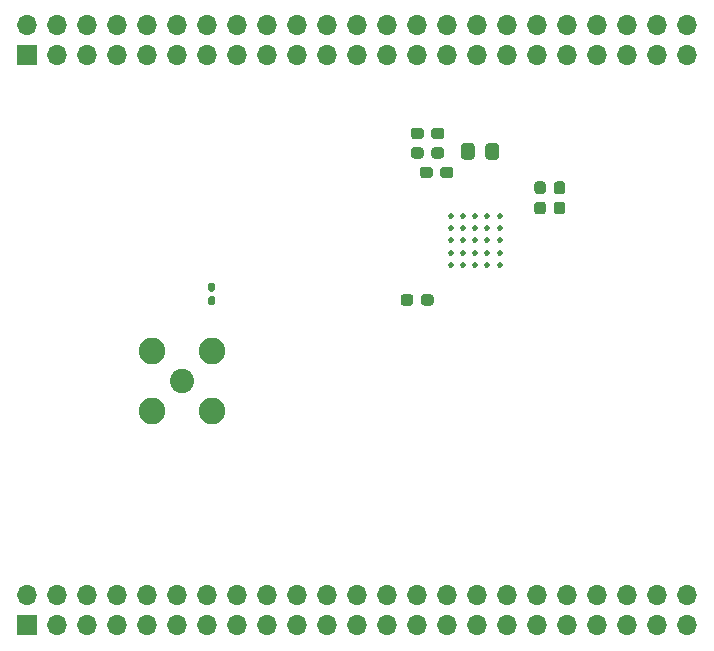
<source format=gbr>
%TF.GenerationSoftware,KiCad,Pcbnew,(5.1.9)-1*%
%TF.CreationDate,2021-11-09T16:48:14-06:00*%
%TF.ProjectId,zigbeeCape,7a696762-6565-4436-9170-652e6b696361,rev?*%
%TF.SameCoordinates,Original*%
%TF.FileFunction,Soldermask,Bot*%
%TF.FilePolarity,Negative*%
%FSLAX46Y46*%
G04 Gerber Fmt 4.6, Leading zero omitted, Abs format (unit mm)*
G04 Created by KiCad (PCBNEW (5.1.9)-1) date 2021-11-09 16:48:14*
%MOMM*%
%LPD*%
G01*
G04 APERTURE LIST*
%ADD10R,1.700000X1.700000*%
%ADD11O,1.700000X1.700000*%
%ADD12C,0.515000*%
%ADD13C,2.050000*%
%ADD14C,2.250000*%
G04 APERTURE END LIST*
D10*
%TO.C,U5*%
X3810000Y1905000D03*
D11*
X3810000Y4445000D03*
X6350000Y1905000D03*
X6350000Y4445000D03*
X8890000Y1905000D03*
X8890000Y4445000D03*
X11430000Y1905000D03*
X11430000Y4445000D03*
X13970000Y1905000D03*
X13970000Y4445000D03*
X16510000Y1905000D03*
X16510000Y4445000D03*
X19050000Y1905000D03*
X19050000Y4445000D03*
X21590000Y1905000D03*
X21590000Y4445000D03*
X24130000Y1905000D03*
X24130000Y4445000D03*
X26670000Y1905000D03*
X26670000Y4445000D03*
X29210000Y1905000D03*
X29210000Y4445000D03*
X31750000Y1905000D03*
X31750000Y4445000D03*
X34290000Y1905000D03*
X34290000Y4445000D03*
X36830000Y1905000D03*
X36830000Y4445000D03*
X39370000Y1905000D03*
X39370000Y4445000D03*
X41910000Y1905000D03*
X41910000Y4445000D03*
X44450000Y1905000D03*
X44450000Y4445000D03*
X46990000Y1905000D03*
X46990000Y4445000D03*
X49530000Y1905000D03*
X49530000Y4445000D03*
X52070000Y1905000D03*
X52070000Y4445000D03*
X54610000Y1905000D03*
X54610000Y4445000D03*
X57150000Y1905000D03*
X57150000Y4445000D03*
X59690000Y1905000D03*
X59690000Y4445000D03*
%TD*%
D12*
%TO.C,U1*%
X39703600Y36560000D03*
X39703600Y35530000D03*
X39703600Y34500000D03*
X39703600Y33470000D03*
X39703600Y32440000D03*
X40733600Y36560000D03*
X40733600Y35530000D03*
X40733600Y34500000D03*
X40733600Y33470000D03*
X40733600Y32440000D03*
X41763600Y36560000D03*
X41763600Y35530000D03*
X41763600Y34500000D03*
X41763600Y33470000D03*
X41763600Y32440000D03*
X42793600Y36560000D03*
X42793600Y35530000D03*
X42793600Y34500000D03*
X42793600Y33470000D03*
X42793600Y32440000D03*
X43823600Y36560000D03*
X43823600Y35530000D03*
X43823600Y34500000D03*
X43823600Y33470000D03*
X43823600Y32440000D03*
%TD*%
D13*
%TO.C,U3*%
X16891000Y22606000D03*
D14*
X19431000Y20066000D03*
X19431000Y25146000D03*
X14351000Y25146000D03*
X14351000Y20066000D03*
%TD*%
%TO.C,L1*%
G36*
G01*
X41714000Y42487001D02*
X41714000Y41586999D01*
G75*
G02*
X41464001Y41337000I-249999J0D01*
G01*
X40813999Y41337000D01*
G75*
G02*
X40564000Y41586999I0J249999D01*
G01*
X40564000Y42487001D01*
G75*
G02*
X40813999Y42737000I249999J0D01*
G01*
X41464001Y42737000D01*
G75*
G02*
X41714000Y42487001I0J-249999D01*
G01*
G37*
G36*
G01*
X43764000Y42487001D02*
X43764000Y41586999D01*
G75*
G02*
X43514001Y41337000I-249999J0D01*
G01*
X42863999Y41337000D01*
G75*
G02*
X42614000Y41586999I0J249999D01*
G01*
X42614000Y42487001D01*
G75*
G02*
X42863999Y42737000I249999J0D01*
G01*
X43514001Y42737000D01*
G75*
G02*
X43764000Y42487001I0J-249999D01*
G01*
G37*
%TD*%
%TO.C,C13*%
G36*
G01*
X38156000Y40496500D02*
X38156000Y40021500D01*
G75*
G02*
X37918500Y39784000I-237500J0D01*
G01*
X37318500Y39784000D01*
G75*
G02*
X37081000Y40021500I0J237500D01*
G01*
X37081000Y40496500D01*
G75*
G02*
X37318500Y40734000I237500J0D01*
G01*
X37918500Y40734000D01*
G75*
G02*
X38156000Y40496500I0J-237500D01*
G01*
G37*
G36*
G01*
X39881000Y40496500D02*
X39881000Y40021500D01*
G75*
G02*
X39643500Y39784000I-237500J0D01*
G01*
X39043500Y39784000D01*
G75*
G02*
X38806000Y40021500I0J237500D01*
G01*
X38806000Y40496500D01*
G75*
G02*
X39043500Y40734000I237500J0D01*
G01*
X39643500Y40734000D01*
G75*
G02*
X39881000Y40496500I0J-237500D01*
G01*
G37*
%TD*%
%TO.C,C31*%
G36*
G01*
X19276000Y29772000D02*
X19586000Y29772000D01*
G75*
G02*
X19741000Y29617000I0J-155000D01*
G01*
X19741000Y29192000D01*
G75*
G02*
X19586000Y29037000I-155000J0D01*
G01*
X19276000Y29037000D01*
G75*
G02*
X19121000Y29192000I0J155000D01*
G01*
X19121000Y29617000D01*
G75*
G02*
X19276000Y29772000I155000J0D01*
G01*
G37*
G36*
G01*
X19276000Y30907000D02*
X19586000Y30907000D01*
G75*
G02*
X19741000Y30752000I0J-155000D01*
G01*
X19741000Y30327000D01*
G75*
G02*
X19586000Y30172000I-155000J0D01*
G01*
X19276000Y30172000D01*
G75*
G02*
X19121000Y30327000I0J155000D01*
G01*
X19121000Y30752000D01*
G75*
G02*
X19276000Y30907000I155000J0D01*
G01*
G37*
%TD*%
D11*
%TO.C,U4*%
X59690000Y52705000D03*
X59690000Y50165000D03*
X57150000Y52705000D03*
X57150000Y50165000D03*
X54610000Y52705000D03*
X54610000Y50165000D03*
X52070000Y52705000D03*
X52070000Y50165000D03*
X49530000Y52705000D03*
X49530000Y50165000D03*
X46990000Y52705000D03*
X46990000Y50165000D03*
X44450000Y52705000D03*
X44450000Y50165000D03*
X41910000Y52705000D03*
X41910000Y50165000D03*
X39370000Y52705000D03*
X39370000Y50165000D03*
X36830000Y52705000D03*
X36830000Y50165000D03*
X34290000Y52705000D03*
X34290000Y50165000D03*
X31750000Y52705000D03*
X31750000Y50165000D03*
X29210000Y52705000D03*
X29210000Y50165000D03*
X26670000Y52705000D03*
X26670000Y50165000D03*
X24130000Y52705000D03*
X24130000Y50165000D03*
X21590000Y52705000D03*
X21590000Y50165000D03*
X19050000Y52705000D03*
X19050000Y50165000D03*
X16510000Y52705000D03*
X16510000Y50165000D03*
X13970000Y52705000D03*
X13970000Y50165000D03*
X11430000Y52705000D03*
X11430000Y50165000D03*
X8890000Y52705000D03*
X8890000Y50165000D03*
X6350000Y52705000D03*
X6350000Y50165000D03*
X3810000Y52705000D03*
D10*
X3810000Y50165000D03*
%TD*%
%TO.C,C6*%
G36*
G01*
X36505000Y29701500D02*
X36505000Y29226500D01*
G75*
G02*
X36267500Y28989000I-237500J0D01*
G01*
X35667500Y28989000D01*
G75*
G02*
X35430000Y29226500I0J237500D01*
G01*
X35430000Y29701500D01*
G75*
G02*
X35667500Y29939000I237500J0D01*
G01*
X36267500Y29939000D01*
G75*
G02*
X36505000Y29701500I0J-237500D01*
G01*
G37*
G36*
G01*
X38230000Y29701500D02*
X38230000Y29226500D01*
G75*
G02*
X37992500Y28989000I-237500J0D01*
G01*
X37392500Y28989000D01*
G75*
G02*
X37155000Y29226500I0J237500D01*
G01*
X37155000Y29701500D01*
G75*
G02*
X37392500Y29939000I237500J0D01*
G01*
X37992500Y29939000D01*
G75*
G02*
X38230000Y29701500I0J-237500D01*
G01*
G37*
%TD*%
%TO.C,C9*%
G36*
G01*
X47481500Y38425000D02*
X47006500Y38425000D01*
G75*
G02*
X46769000Y38662500I0J237500D01*
G01*
X46769000Y39262500D01*
G75*
G02*
X47006500Y39500000I237500J0D01*
G01*
X47481500Y39500000D01*
G75*
G02*
X47719000Y39262500I0J-237500D01*
G01*
X47719000Y38662500D01*
G75*
G02*
X47481500Y38425000I-237500J0D01*
G01*
G37*
G36*
G01*
X47481500Y36700000D02*
X47006500Y36700000D01*
G75*
G02*
X46769000Y36937500I0J237500D01*
G01*
X46769000Y37537500D01*
G75*
G02*
X47006500Y37775000I237500J0D01*
G01*
X47481500Y37775000D01*
G75*
G02*
X47719000Y37537500I0J-237500D01*
G01*
X47719000Y36937500D01*
G75*
G02*
X47481500Y36700000I-237500J0D01*
G01*
G37*
%TD*%
%TO.C,C10*%
G36*
G01*
X49132500Y36700000D02*
X48657500Y36700000D01*
G75*
G02*
X48420000Y36937500I0J237500D01*
G01*
X48420000Y37537500D01*
G75*
G02*
X48657500Y37775000I237500J0D01*
G01*
X49132500Y37775000D01*
G75*
G02*
X49370000Y37537500I0J-237500D01*
G01*
X49370000Y36937500D01*
G75*
G02*
X49132500Y36700000I-237500J0D01*
G01*
G37*
G36*
G01*
X49132500Y38425000D02*
X48657500Y38425000D01*
G75*
G02*
X48420000Y38662500I0J237500D01*
G01*
X48420000Y39262500D01*
G75*
G02*
X48657500Y39500000I237500J0D01*
G01*
X49132500Y39500000D01*
G75*
G02*
X49370000Y39262500I0J-237500D01*
G01*
X49370000Y38662500D01*
G75*
G02*
X49132500Y38425000I-237500J0D01*
G01*
G37*
%TD*%
%TO.C,C11*%
G36*
G01*
X39119000Y43798500D02*
X39119000Y43323500D01*
G75*
G02*
X38881500Y43086000I-237500J0D01*
G01*
X38281500Y43086000D01*
G75*
G02*
X38044000Y43323500I0J237500D01*
G01*
X38044000Y43798500D01*
G75*
G02*
X38281500Y44036000I237500J0D01*
G01*
X38881500Y44036000D01*
G75*
G02*
X39119000Y43798500I0J-237500D01*
G01*
G37*
G36*
G01*
X37394000Y43798500D02*
X37394000Y43323500D01*
G75*
G02*
X37156500Y43086000I-237500J0D01*
G01*
X36556500Y43086000D01*
G75*
G02*
X36319000Y43323500I0J237500D01*
G01*
X36319000Y43798500D01*
G75*
G02*
X36556500Y44036000I237500J0D01*
G01*
X37156500Y44036000D01*
G75*
G02*
X37394000Y43798500I0J-237500D01*
G01*
G37*
%TD*%
%TO.C,C16*%
G36*
G01*
X39119000Y42147500D02*
X39119000Y41672500D01*
G75*
G02*
X38881500Y41435000I-237500J0D01*
G01*
X38281500Y41435000D01*
G75*
G02*
X38044000Y41672500I0J237500D01*
G01*
X38044000Y42147500D01*
G75*
G02*
X38281500Y42385000I237500J0D01*
G01*
X38881500Y42385000D01*
G75*
G02*
X39119000Y42147500I0J-237500D01*
G01*
G37*
G36*
G01*
X37394000Y42147500D02*
X37394000Y41672500D01*
G75*
G02*
X37156500Y41435000I-237500J0D01*
G01*
X36556500Y41435000D01*
G75*
G02*
X36319000Y41672500I0J237500D01*
G01*
X36319000Y42147500D01*
G75*
G02*
X36556500Y42385000I237500J0D01*
G01*
X37156500Y42385000D01*
G75*
G02*
X37394000Y42147500I0J-237500D01*
G01*
G37*
%TD*%
M02*

</source>
